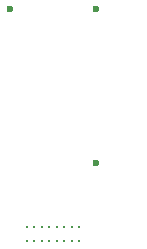
<source format=gbr>
%TF.GenerationSoftware,Altium Limited,Altium Designer,18.0.12 (696)*%
G04 Layer_Color=0*
%FSLAX45Y45*%
%MOMM*%
%TF.FileFunction,Plated,1,3,PTH,Drill*%
%TF.Part,Single*%
G01*
G75*
%TA.AperFunction,ComponentDrill*%
%ADD85C,0.10000*%
%ADD86C,0.27500*%
%TA.AperFunction,OtherDrill,Pad Free-2 (-3.65mm,13.75mm)*%
%ADD87C,0.60000*%
%TA.AperFunction,ComponentDrill*%
%ADD88C,0.10000*%
%TA.AperFunction,OtherDrill,Pad Free-2 (3.65mm,13.75mm)*%
%ADD89C,0.60000*%
%TA.AperFunction,OtherDrill,Pad Free-2 (3.65mm,0.75mm)*%
%ADD90C,0.60000*%
%TA.AperFunction,ViaDrill,NotFilled*%
%ADD91C,0.10000*%
D85*
X515000Y230500D02*
D03*
X-300750Y343250D02*
D03*
X-232750D02*
D03*
X-412250Y398500D02*
D03*
X-387819Y695000D02*
D03*
X391000Y278000D02*
D03*
Y343250D02*
D03*
D86*
X223977Y-592140D02*
D03*
X97027D02*
D03*
X-93473Y-472840D02*
D03*
X-156973D02*
D03*
X-220473D02*
D03*
X97027D02*
D03*
X33527D02*
D03*
X-29973D02*
D03*
X-93473Y-592140D02*
D03*
X-156973D02*
D03*
X-220473D02*
D03*
X-29973D02*
D03*
X33527D02*
D03*
X160477Y-472840D02*
D03*
Y-592140D02*
D03*
X223977Y-472840D02*
D03*
D87*
X-365000Y1375000D02*
D03*
D88*
X-413000Y315500D02*
D03*
D89*
X365000Y1375000D02*
D03*
D90*
Y75000D02*
D03*
D91*
X539750Y276750D02*
D03*
X535000Y358000D02*
D03*
X500000Y1230000D02*
D03*
X252692Y335187D02*
D03*
X415000Y500000D02*
D03*
X505001Y925000D02*
D03*
X409090Y565999D02*
D03*
X-343750Y463000D02*
D03*
X760001Y1150000D02*
D03*
X755001Y953882D02*
D03*
%TF.MD5,504f2ab9126fdbe24aed77c53c6f802c*%
M02*

</source>
